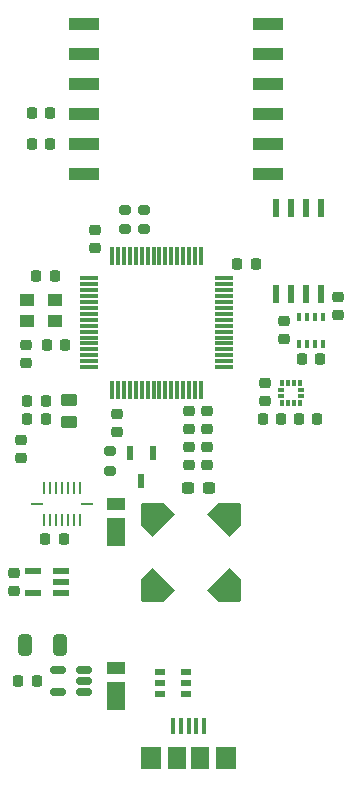
<source format=gbr>
%TF.GenerationSoftware,KiCad,Pcbnew,(6.0.8)*%
%TF.CreationDate,2023-05-05T23:38:08+01:00*%
%TF.ProjectId,circuit board design v1.0,63697263-7569-4742-9062-6f6172642064,rev?*%
%TF.SameCoordinates,Original*%
%TF.FileFunction,Paste,Top*%
%TF.FilePolarity,Positive*%
%FSLAX46Y46*%
G04 Gerber Fmt 4.6, Leading zero omitted, Abs format (unit mm)*
G04 Created by KiCad (PCBNEW (6.0.8)) date 2023-05-05 23:38:08*
%MOMM*%
%LPD*%
G01*
G04 APERTURE LIST*
G04 Aperture macros list*
%AMRoundRect*
0 Rectangle with rounded corners*
0 $1 Rounding radius*
0 $2 $3 $4 $5 $6 $7 $8 $9 X,Y pos of 4 corners*
0 Add a 4 corners polygon primitive as box body*
4,1,4,$2,$3,$4,$5,$6,$7,$8,$9,$2,$3,0*
0 Add four circle primitives for the rounded corners*
1,1,$1+$1,$2,$3*
1,1,$1+$1,$4,$5*
1,1,$1+$1,$6,$7*
1,1,$1+$1,$8,$9*
0 Add four rect primitives between the rounded corners*
20,1,$1+$1,$2,$3,$4,$5,0*
20,1,$1+$1,$4,$5,$6,$7,0*
20,1,$1+$1,$6,$7,$8,$9,0*
20,1,$1+$1,$8,$9,$2,$3,0*%
%AMFreePoly0*
4,1,48,0.029755,1.351579,0.045398,1.349101,0.056598,1.337902,0.070711,1.330711,1.330711,0.070711,1.334374,0.063522,1.340902,0.058779,1.348138,0.036507,1.358769,0.015643,1.357507,0.007674,1.360000,0.000000,1.360000,-1.180000,1.355106,-1.195063,1.355107,-1.210902,1.345796,-1.223715,1.340902,-1.238779,1.328089,-1.248089,1.318779,-1.260902,1.303715,-1.265796,1.290902,-1.275107,
1.275063,-1.275106,1.260000,-1.280000,-1.260000,-1.280000,-1.275063,-1.275106,-1.290902,-1.275107,-1.303715,-1.265796,-1.318779,-1.260902,-1.328089,-1.248089,-1.340902,-1.238779,-1.345796,-1.223715,-1.355107,-1.210902,-1.355106,-1.195063,-1.360000,-1.180000,-1.360000,0.000000,-1.357507,0.007674,-1.358769,0.015643,-1.348138,0.036507,-1.340902,0.058779,-1.334374,0.063522,-1.330711,0.070711,
-0.070711,1.330711,-0.056598,1.337902,-0.045398,1.349101,-0.029755,1.351579,-0.015643,1.358769,0.000000,1.356292,0.015643,1.358769,0.029755,1.351579,0.029755,1.351579,$1*%
G04 Aperture macros list end*
%ADD10R,0.400000X1.350000*%
%ADD11R,1.500000X1.900000*%
%ADD12R,1.800000X1.900000*%
%ADD13R,0.532600X1.512799*%
%ADD14R,1.500000X2.400000*%
%ADD15R,1.500000X1.050000*%
%ADD16RoundRect,0.225000X0.225000X0.250000X-0.225000X0.250000X-0.225000X-0.250000X0.225000X-0.250000X0*%
%ADD17RoundRect,0.225000X-0.250000X0.225000X-0.250000X-0.225000X0.250000X-0.225000X0.250000X0.225000X0*%
%ADD18RoundRect,0.200000X0.275000X-0.200000X0.275000X0.200000X-0.275000X0.200000X-0.275000X-0.200000X0*%
%ADD19RoundRect,0.250000X-0.450000X0.262500X-0.450000X-0.262500X0.450000X-0.262500X0.450000X0.262500X0*%
%ADD20R,2.500000X1.000000*%
%ADD21RoundRect,0.225000X0.250000X-0.225000X0.250000X0.225000X-0.250000X0.225000X-0.250000X-0.225000X0*%
%ADD22RoundRect,0.225000X-0.225000X-0.250000X0.225000X-0.250000X0.225000X0.250000X-0.225000X0.250000X0*%
%ADD23R,0.250000X1.100000*%
%ADD24R,1.100000X0.250000*%
%ADD25R,0.375000X0.550000*%
%ADD26R,0.575000X0.350000*%
%ADD27R,0.350000X0.575000*%
%ADD28R,0.568000X1.309599*%
%ADD29RoundRect,0.041300X0.618700X0.253700X-0.618700X0.253700X-0.618700X-0.253700X0.618700X-0.253700X0*%
%ADD30R,1.300000X1.100000*%
%ADD31FreePoly0,315.000000*%
%ADD32FreePoly0,45.000000*%
%ADD33FreePoly0,135.000000*%
%ADD34FreePoly0,225.000000*%
%ADD35R,0.950000X0.600000*%
%ADD36R,0.350000X0.700000*%
%ADD37RoundRect,0.250000X-0.325000X-0.650000X0.325000X-0.650000X0.325000X0.650000X-0.325000X0.650000X0*%
%ADD38RoundRect,0.200000X-0.275000X0.200000X-0.275000X-0.200000X0.275000X-0.200000X0.275000X0.200000X0*%
%ADD39RoundRect,0.150000X0.512500X0.150000X-0.512500X0.150000X-0.512500X-0.150000X0.512500X-0.150000X0*%
%ADD40RoundRect,0.237500X0.300000X0.237500X-0.300000X0.237500X-0.300000X-0.237500X0.300000X-0.237500X0*%
%ADD41RoundRect,0.075000X-0.700000X-0.075000X0.700000X-0.075000X0.700000X0.075000X-0.700000X0.075000X0*%
%ADD42RoundRect,0.075000X-0.075000X-0.700000X0.075000X-0.700000X0.075000X0.700000X-0.075000X0.700000X0*%
G04 APERTURE END LIST*
D10*
%TO.C,J3*%
X34820000Y-88403000D03*
X35470000Y-88403000D03*
X36120000Y-88403000D03*
X36770000Y-88403000D03*
X37420000Y-88403000D03*
D11*
X35120000Y-91078000D03*
X37120000Y-91078000D03*
D12*
X32920000Y-91078000D03*
X39320000Y-91078000D03*
%TD*%
D13*
%TO.C,U2*%
X47371000Y-44488100D03*
X46101000Y-44488100D03*
X44831000Y-44488100D03*
X43561000Y-44488100D03*
X43561000Y-51777900D03*
X44831000Y-51777900D03*
X46101000Y-51777900D03*
X47371000Y-51777900D03*
%TD*%
D14*
%TO.C,D2*%
X29972000Y-71969999D03*
D15*
X29972000Y-69595000D03*
%TD*%
D16*
%TO.C,C20*%
X24016000Y-62357000D03*
X22466000Y-62357000D03*
%TD*%
D17*
%TO.C,C13*%
X48768000Y-52057000D03*
X48768000Y-53607000D03*
%TD*%
D16*
%TO.C,C17*%
X24778000Y-50292000D03*
X23228000Y-50292000D03*
%TD*%
%TO.C,C12*%
X25667000Y-56134000D03*
X24117000Y-56134000D03*
%TD*%
D18*
%TO.C,R4*%
X30734000Y-46291000D03*
X30734000Y-44641000D03*
%TD*%
D19*
%TO.C,FB1*%
X26035000Y-60809500D03*
X26035000Y-62634500D03*
%TD*%
D20*
%TO.C,U8*%
X27302000Y-28948000D03*
X27302000Y-31488000D03*
X27302000Y-34028000D03*
X27302000Y-36568000D03*
X27302000Y-39108000D03*
X27302000Y-41648000D03*
X42802000Y-41648000D03*
X42802000Y-39108000D03*
X42802000Y-36568000D03*
X42802000Y-34028000D03*
X42802000Y-31488000D03*
X42802000Y-28948000D03*
%TD*%
D18*
%TO.C,R3*%
X32385000Y-46291000D03*
X32385000Y-44641000D03*
%TD*%
D16*
%TO.C,C6*%
X24397000Y-36449000D03*
X22847000Y-36449000D03*
%TD*%
D17*
%TO.C,C10*%
X30099000Y-61963000D03*
X30099000Y-63513000D03*
%TD*%
D21*
%TO.C,R1*%
X37719000Y-66307000D03*
X37719000Y-64757000D03*
%TD*%
D22*
%TO.C,C26*%
X45466000Y-62357000D03*
X47016000Y-62357000D03*
%TD*%
D21*
%TO.C,C14*%
X21971000Y-65672000D03*
X21971000Y-64122000D03*
%TD*%
%TO.C,C21*%
X42558000Y-60846000D03*
X42558000Y-59296000D03*
%TD*%
D23*
%TO.C,IC1*%
X23900000Y-68198500D03*
X24400000Y-68198500D03*
X24900000Y-68198500D03*
X25400000Y-68198500D03*
X25900000Y-68198500D03*
X26400000Y-68198500D03*
X26900000Y-68198500D03*
D24*
X27515000Y-69563500D03*
D23*
X26900000Y-70928500D03*
X26400000Y-70928500D03*
X25900000Y-70928500D03*
X25400000Y-70928500D03*
X24900000Y-70928500D03*
X24400000Y-70928500D03*
X23900000Y-70928500D03*
D24*
X23285000Y-69563500D03*
%TD*%
D21*
%TO.C,C4*%
X21336000Y-76975000D03*
X21336000Y-75425000D03*
%TD*%
D25*
%TO.C,U9*%
X44032500Y-59348000D03*
D26*
X43932500Y-59948000D03*
X43932500Y-60448000D03*
D25*
X44032500Y-61048000D03*
D27*
X44545000Y-61060500D03*
X45045000Y-61060500D03*
D25*
X45557500Y-61048000D03*
D26*
X45657500Y-60448000D03*
X45657500Y-59948000D03*
D25*
X45557500Y-59348000D03*
D27*
X45045000Y-59335500D03*
X44545000Y-59335500D03*
%TD*%
D22*
%TO.C,C1*%
X45707000Y-57277000D03*
X47257000Y-57277000D03*
%TD*%
D28*
%TO.C,Q1*%
X33131001Y-65265300D03*
X31130999Y-65265300D03*
X32131000Y-67652900D03*
%TD*%
D29*
%TO.C,U7*%
X25275000Y-77150000D03*
X25275000Y-76200000D03*
X25275000Y-75250000D03*
X22985000Y-75250000D03*
X22985000Y-77150000D03*
%TD*%
D17*
%TO.C,C9*%
X36195000Y-61709000D03*
X36195000Y-63259000D03*
%TD*%
D30*
%TO.C,Y1*%
X24772000Y-54113000D03*
X22472000Y-54113000D03*
X22472000Y-52313000D03*
X24772000Y-52313000D03*
%TD*%
D31*
%TO.C,U3*%
X39512000Y-70470000D03*
D32*
X33132000Y-70470000D03*
D33*
X33132000Y-76850000D03*
D34*
X39512000Y-76850000D03*
%TD*%
D16*
%TO.C,C25*%
X43968000Y-62357000D03*
X42418000Y-62357000D03*
%TD*%
D35*
%TO.C,U5*%
X33673000Y-83759000D03*
X33673000Y-84709000D03*
X33673000Y-85659000D03*
X35923000Y-85659000D03*
X35923000Y-84709000D03*
X35923000Y-83759000D03*
%TD*%
D16*
%TO.C,C3*%
X23254000Y-84582000D03*
X21704000Y-84582000D03*
%TD*%
%TO.C,C19*%
X24016000Y-60833000D03*
X22466000Y-60833000D03*
%TD*%
D14*
%TO.C,D1*%
X29972000Y-85812999D03*
D15*
X29972000Y-83438000D03*
%TD*%
D36*
%TO.C,U4*%
X45507000Y-53739000D03*
X46157000Y-53739000D03*
X46807000Y-53739000D03*
X47457000Y-53739000D03*
X47457000Y-55989000D03*
X46807000Y-55989000D03*
X46157000Y-55989000D03*
X45507000Y-55989000D03*
%TD*%
D17*
%TO.C,C8*%
X37719000Y-61709000D03*
X37719000Y-63259000D03*
%TD*%
D37*
%TO.C,C16*%
X22274000Y-81534000D03*
X25224000Y-81534000D03*
%TD*%
D22*
%TO.C,C7*%
X40246000Y-49276000D03*
X41796000Y-49276000D03*
%TD*%
%TO.C,C15*%
X23990000Y-72517000D03*
X25540000Y-72517000D03*
%TD*%
D38*
%TO.C,R6*%
X29464000Y-65088000D03*
X29464000Y-66738000D03*
%TD*%
D39*
%TO.C,U6*%
X27299500Y-85532000D03*
X27299500Y-84582000D03*
X27299500Y-83632000D03*
X25024500Y-83632000D03*
X25024500Y-85532000D03*
%TD*%
D40*
%TO.C,C22*%
X37819500Y-68199000D03*
X36094500Y-68199000D03*
%TD*%
D17*
%TO.C,C18*%
X22352000Y-56121000D03*
X22352000Y-57671000D03*
%TD*%
%TO.C,C2*%
X44196000Y-54089000D03*
X44196000Y-55639000D03*
%TD*%
D21*
%TO.C,R2*%
X36195000Y-66307000D03*
X36195000Y-64757000D03*
%TD*%
D41*
%TO.C,U1*%
X27726000Y-50479000D03*
X27726000Y-50979000D03*
X27726000Y-51479000D03*
X27726000Y-51979000D03*
X27726000Y-52479000D03*
X27726000Y-52979000D03*
X27726000Y-53479000D03*
X27726000Y-53979000D03*
X27726000Y-54479000D03*
X27726000Y-54979000D03*
X27726000Y-55479000D03*
X27726000Y-55979000D03*
X27726000Y-56479000D03*
X27726000Y-56979000D03*
X27726000Y-57479000D03*
X27726000Y-57979000D03*
D42*
X29651000Y-59904000D03*
X30151000Y-59904000D03*
X30651000Y-59904000D03*
X31151000Y-59904000D03*
X31651000Y-59904000D03*
X32151000Y-59904000D03*
X32651000Y-59904000D03*
X33151000Y-59904000D03*
X33651000Y-59904000D03*
X34151000Y-59904000D03*
X34651000Y-59904000D03*
X35151000Y-59904000D03*
X35651000Y-59904000D03*
X36151000Y-59904000D03*
X36651000Y-59904000D03*
X37151000Y-59904000D03*
D41*
X39076000Y-57979000D03*
X39076000Y-57479000D03*
X39076000Y-56979000D03*
X39076000Y-56479000D03*
X39076000Y-55979000D03*
X39076000Y-55479000D03*
X39076000Y-54979000D03*
X39076000Y-54479000D03*
X39076000Y-53979000D03*
X39076000Y-53479000D03*
X39076000Y-52979000D03*
X39076000Y-52479000D03*
X39076000Y-51979000D03*
X39076000Y-51479000D03*
X39076000Y-50979000D03*
X39076000Y-50479000D03*
D42*
X37151000Y-48554000D03*
X36651000Y-48554000D03*
X36151000Y-48554000D03*
X35651000Y-48554000D03*
X35151000Y-48554000D03*
X34651000Y-48554000D03*
X34151000Y-48554000D03*
X33651000Y-48554000D03*
X33151000Y-48554000D03*
X32651000Y-48554000D03*
X32151000Y-48554000D03*
X31651000Y-48554000D03*
X31151000Y-48554000D03*
X30651000Y-48554000D03*
X30151000Y-48554000D03*
X29651000Y-48554000D03*
%TD*%
D21*
%TO.C,C11*%
X28194000Y-47892000D03*
X28194000Y-46342000D03*
%TD*%
D16*
%TO.C,C5*%
X24397000Y-39116000D03*
X22847000Y-39116000D03*
%TD*%
M02*

</source>
